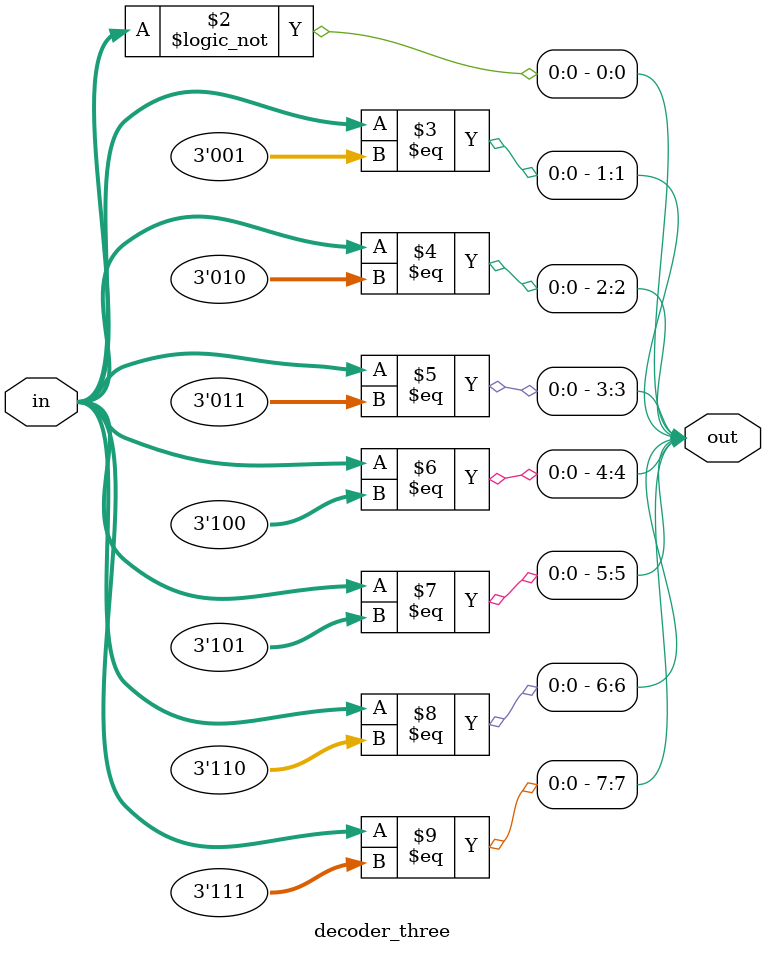
<source format=sv>
`timescale 1ns / 1ps


module decoder_three(
    input logic [2:0] in,
    output logic [7:0] out
    );
    
always_comb begin
out[0] = (in == 0);
out[1] = (in == 1);
out[2] = (in == 2);
out[3] = (in == 3);
out[4] = (in == 4);
out[5] = (in == 5);
out[6] = (in == 6);
out[7] = (in == 7);
end
endmodule

</source>
